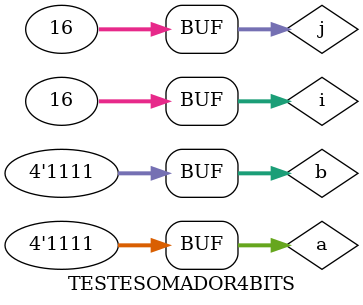
<source format=v>
module MEIASOMA(saida,carry,a,b);
input a,b;
output saida,carry;


xor xor1 (saida,a,b);
and and1 (carry,a,b);

endmodule


module SOMACOMPLETA (soma,carryout,a,b,carryin);
input a,b,carryin;
output soma,carryout;
wire temp2;

MEIASOMA MeiaSoma1 (saida,carry,a,b);
MEIASOMA MeiaSoma2 (soma,temp2,saida,carryin);
or OR1 (carryout,temp2,carry);


 endmodule
 
 
module SOMADOR4BITS(saida,carryout,a,b);

input [3:0]a,b;
output [3:0]saida;
output carryout;
wire carryout1,carryout2,carryout3;

MEIASOMA MEIASOMA1 (saida[0],carryout1,a[0],b[0]);
SOMACOMPLETA SOMACOMPLETA1 (saida[1],carryout2,a[1],b[1],carryout1);
SOMACOMPLETA SOMACOMPLETA2 (saida[2],carryout3,a[2],b[2],carryout2);
SOMACOMPLETA SOMACOMPLETA3 (saida[3],carryout,a[3],b[3],carryout3);

endmodule


module TESTESOMADOR4BITS;
reg [3:0]a,b;
wire [3:0]saida;
wire carry;
integer i,j;

SOMADOR4BITS SOMADOR4BITS1(saida,carry,a,b);

initial begin: start
		a=0; b=0;
end


	initial begin:main

		#1 $display (" Larissa Fernandes Leijoto - 410476 ");
		#1 $display (" a | b | carry | saida");
		$monitor (" %b | %b |   %b       |  %b",a,b,carry,saida);


		for( i=0; i<=15; i = i+1 )
		begin
			a = i;
			for ( j=0; j<=15; j = j+1 )
			begin
				#1 b = j;
			end
		end

	end
     endmodule




</source>
